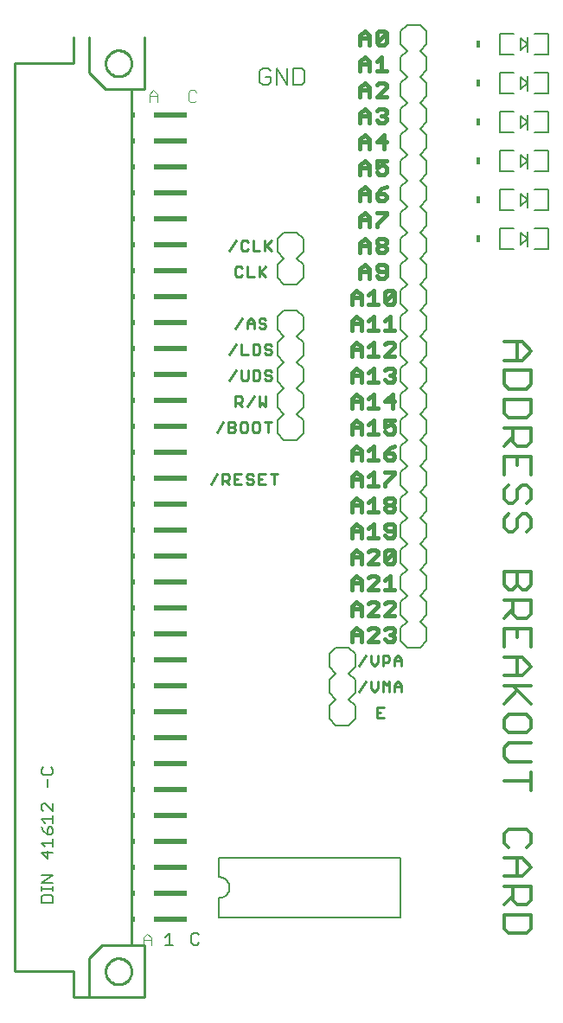
<source format=gto>
G75*
%MOIN*%
%OFA0B0*%
%FSLAX24Y24*%
%IPPOS*%
%LPD*%
%AMOC8*
5,1,8,0,0,1.08239X$1,22.5*
%
%ADD10C,0.0060*%
%ADD11C,0.0150*%
%ADD12C,0.0110*%
%ADD13C,0.0140*%
%ADD14C,0.0100*%
%ADD15R,0.0150X0.0200*%
%ADD16R,0.1300X0.0200*%
%ADD17C,0.0050*%
%ADD18C,0.0040*%
%ADD19C,0.0080*%
%ADD20R,0.0180X0.0300*%
D10*
X008031Y003280D02*
X008031Y004030D01*
X008070Y004032D01*
X008109Y004038D01*
X008147Y004047D01*
X008184Y004060D01*
X008220Y004077D01*
X008253Y004097D01*
X008285Y004121D01*
X008314Y004147D01*
X008340Y004176D01*
X008364Y004208D01*
X008384Y004241D01*
X008401Y004277D01*
X008414Y004314D01*
X008423Y004352D01*
X008429Y004391D01*
X008431Y004430D01*
X008429Y004469D01*
X008423Y004508D01*
X008414Y004546D01*
X008401Y004583D01*
X008384Y004619D01*
X008364Y004652D01*
X008340Y004684D01*
X008314Y004713D01*
X008285Y004739D01*
X008253Y004763D01*
X008220Y004783D01*
X008184Y004800D01*
X008147Y004813D01*
X008109Y004822D01*
X008070Y004828D01*
X008031Y004830D01*
X008031Y005580D01*
X015031Y005580D01*
X015031Y003280D01*
X008031Y003280D01*
X009701Y035360D02*
X009915Y035360D01*
X010022Y035467D01*
X010022Y035680D01*
X009808Y035680D01*
X009595Y035467D02*
X009701Y035360D01*
X009595Y035467D02*
X009595Y035894D01*
X009701Y036001D01*
X009915Y036001D01*
X010022Y035894D01*
X010239Y036001D02*
X010666Y035360D01*
X010666Y036001D01*
X010884Y036001D02*
X011204Y036001D01*
X011311Y035894D01*
X011311Y035467D01*
X011204Y035360D01*
X010884Y035360D01*
X010884Y036001D01*
X010239Y036001D02*
X010239Y035360D01*
D11*
X013462Y035272D02*
X013462Y034905D01*
X013462Y035180D02*
X013829Y035180D01*
X013829Y035272D02*
X013829Y034905D01*
X014106Y034905D02*
X014473Y035272D01*
X014473Y035364D01*
X014382Y035455D01*
X014198Y035455D01*
X014106Y035364D01*
X013829Y035272D02*
X013645Y035455D01*
X013462Y035272D01*
X013462Y035905D02*
X013462Y036272D01*
X013645Y036455D01*
X013829Y036272D01*
X013829Y035905D01*
X013829Y036180D02*
X013462Y036180D01*
X013462Y036905D02*
X013462Y037272D01*
X013645Y037455D01*
X013829Y037272D01*
X013829Y036905D01*
X013829Y037180D02*
X013462Y037180D01*
X014106Y036997D02*
X014198Y036905D01*
X014382Y036905D01*
X014473Y036997D01*
X014473Y037364D01*
X014106Y036997D01*
X014106Y037364D01*
X014198Y037455D01*
X014382Y037455D01*
X014473Y037364D01*
X014290Y036455D02*
X014106Y036272D01*
X014290Y036455D02*
X014290Y035905D01*
X014473Y035905D02*
X014106Y035905D01*
X014106Y034905D02*
X014473Y034905D01*
X014382Y034455D02*
X014473Y034364D01*
X014473Y034272D01*
X014382Y034180D01*
X014473Y034088D01*
X014473Y033997D01*
X014382Y033905D01*
X014198Y033905D01*
X014106Y033997D01*
X014290Y034180D02*
X014382Y034180D01*
X014382Y034455D02*
X014198Y034455D01*
X014106Y034364D01*
X013829Y034272D02*
X013829Y033905D01*
X013829Y034180D02*
X013462Y034180D01*
X013462Y034272D02*
X013645Y034455D01*
X013829Y034272D01*
X013462Y034272D02*
X013462Y033905D01*
X013645Y033455D02*
X013462Y033272D01*
X013462Y032905D01*
X013462Y033180D02*
X013829Y033180D01*
X013829Y033272D02*
X013829Y032905D01*
X013829Y033272D02*
X013645Y033455D01*
X014106Y033180D02*
X014473Y033180D01*
X014382Y032905D02*
X014382Y033455D01*
X014106Y033180D01*
X014106Y032455D02*
X014106Y032180D01*
X014290Y032272D01*
X014382Y032272D01*
X014473Y032180D01*
X014473Y031997D01*
X014382Y031905D01*
X014198Y031905D01*
X014106Y031997D01*
X013829Y031905D02*
X013829Y032272D01*
X013645Y032455D01*
X013462Y032272D01*
X013462Y031905D01*
X013462Y032180D02*
X013829Y032180D01*
X014106Y032455D02*
X014473Y032455D01*
X014473Y031455D02*
X014290Y031364D01*
X014106Y031180D01*
X014382Y031180D01*
X014473Y031088D01*
X014473Y030997D01*
X014382Y030905D01*
X014198Y030905D01*
X014106Y030997D01*
X014106Y031180D01*
X013829Y031180D02*
X013462Y031180D01*
X013462Y031272D02*
X013462Y030905D01*
X013462Y031272D02*
X013645Y031455D01*
X013829Y031272D01*
X013829Y030905D01*
X013645Y030455D02*
X013462Y030272D01*
X013462Y029905D01*
X013462Y030180D02*
X013829Y030180D01*
X013829Y030272D02*
X013829Y029905D01*
X014106Y029905D02*
X014106Y029997D01*
X014473Y030364D01*
X014473Y030455D01*
X014106Y030455D01*
X013829Y030272D02*
X013645Y030455D01*
X013645Y029455D02*
X013829Y029272D01*
X013829Y028905D01*
X013829Y029180D02*
X013462Y029180D01*
X013462Y029272D02*
X013645Y029455D01*
X013462Y029272D02*
X013462Y028905D01*
X013645Y028455D02*
X013462Y028272D01*
X013462Y027905D01*
X013462Y028180D02*
X013829Y028180D01*
X013829Y028272D02*
X013829Y027905D01*
X014106Y027997D02*
X014198Y027905D01*
X014382Y027905D01*
X014473Y027997D01*
X014473Y028364D01*
X014382Y028455D01*
X014198Y028455D01*
X014106Y028364D01*
X014106Y028272D01*
X014198Y028180D01*
X014473Y028180D01*
X014521Y027455D02*
X014704Y027455D01*
X014796Y027364D01*
X014429Y026997D01*
X014521Y026905D01*
X014704Y026905D01*
X014796Y026997D01*
X014796Y027364D01*
X014521Y027455D02*
X014429Y027364D01*
X014429Y026997D01*
X014612Y026455D02*
X014612Y025905D01*
X014429Y025905D02*
X014796Y025905D01*
X014704Y025455D02*
X014521Y025455D01*
X014429Y025364D01*
X014704Y025455D02*
X014796Y025364D01*
X014796Y025272D01*
X014429Y024905D01*
X014796Y024905D01*
X014704Y024455D02*
X014521Y024455D01*
X014429Y024364D01*
X014612Y024180D02*
X014704Y024180D01*
X014796Y024088D01*
X014796Y023997D01*
X014704Y023905D01*
X014521Y023905D01*
X014429Y023997D01*
X014704Y024180D02*
X014796Y024272D01*
X014796Y024364D01*
X014704Y024455D01*
X014151Y024905D02*
X013784Y024905D01*
X013968Y024905D02*
X013968Y025455D01*
X013784Y025272D01*
X013507Y025272D02*
X013507Y024905D01*
X013507Y025180D02*
X013140Y025180D01*
X013140Y025272D02*
X013323Y025455D01*
X013507Y025272D01*
X013507Y025905D02*
X013507Y026272D01*
X013323Y026455D01*
X013140Y026272D01*
X013140Y025905D01*
X013140Y026180D02*
X013507Y026180D01*
X013784Y026272D02*
X013968Y026455D01*
X013968Y025905D01*
X014151Y025905D02*
X013784Y025905D01*
X013140Y025272D02*
X013140Y024905D01*
X013323Y024455D02*
X013507Y024272D01*
X013507Y023905D01*
X013507Y024180D02*
X013140Y024180D01*
X013140Y024272D02*
X013323Y024455D01*
X013140Y024272D02*
X013140Y023905D01*
X013323Y023455D02*
X013140Y023272D01*
X013140Y022905D01*
X013140Y023180D02*
X013507Y023180D01*
X013507Y023272D02*
X013507Y022905D01*
X013784Y022905D02*
X014151Y022905D01*
X013968Y022905D02*
X013968Y023455D01*
X013784Y023272D01*
X013507Y023272D02*
X013323Y023455D01*
X013784Y023905D02*
X014151Y023905D01*
X013968Y023905D02*
X013968Y024455D01*
X013784Y024272D01*
X014704Y023455D02*
X014429Y023180D01*
X014796Y023180D01*
X014704Y022905D02*
X014704Y023455D01*
X014796Y022455D02*
X014429Y022455D01*
X014429Y022180D01*
X014612Y022272D01*
X014704Y022272D01*
X014796Y022180D01*
X014796Y021997D01*
X014704Y021905D01*
X014521Y021905D01*
X014429Y021997D01*
X014796Y021455D02*
X014612Y021364D01*
X014429Y021180D01*
X014704Y021180D01*
X014796Y021088D01*
X014796Y020997D01*
X014704Y020905D01*
X014521Y020905D01*
X014429Y020997D01*
X014429Y021180D01*
X014151Y020905D02*
X013784Y020905D01*
X013968Y020905D02*
X013968Y021455D01*
X013784Y021272D01*
X013507Y021272D02*
X013507Y020905D01*
X013507Y021180D02*
X013140Y021180D01*
X013140Y021272D02*
X013323Y021455D01*
X013507Y021272D01*
X013140Y021272D02*
X013140Y020905D01*
X013323Y020455D02*
X013140Y020272D01*
X013140Y019905D01*
X013140Y020180D02*
X013507Y020180D01*
X013507Y020272D02*
X013507Y019905D01*
X013784Y019905D02*
X014151Y019905D01*
X013968Y019905D02*
X013968Y020455D01*
X013784Y020272D01*
X013507Y020272D02*
X013323Y020455D01*
X013323Y019455D02*
X013507Y019272D01*
X013507Y018905D01*
X013507Y019180D02*
X013140Y019180D01*
X013140Y019272D02*
X013323Y019455D01*
X013140Y019272D02*
X013140Y018905D01*
X013323Y018455D02*
X013507Y018272D01*
X013507Y017905D01*
X013507Y018180D02*
X013140Y018180D01*
X013140Y018272D02*
X013323Y018455D01*
X013140Y018272D02*
X013140Y017905D01*
X013323Y017455D02*
X013140Y017272D01*
X013140Y016905D01*
X013140Y017180D02*
X013507Y017180D01*
X013507Y017272D02*
X013507Y016905D01*
X013784Y016905D02*
X014151Y017272D01*
X014151Y017364D01*
X014059Y017455D01*
X013876Y017455D01*
X013784Y017364D01*
X013507Y017272D02*
X013323Y017455D01*
X013784Y017905D02*
X014151Y017905D01*
X013968Y017905D02*
X013968Y018455D01*
X013784Y018272D01*
X013784Y018905D02*
X014151Y018905D01*
X013968Y018905D02*
X013968Y019455D01*
X013784Y019272D01*
X014429Y019272D02*
X014429Y019364D01*
X014521Y019455D01*
X014704Y019455D01*
X014796Y019364D01*
X014796Y019272D01*
X014704Y019180D01*
X014521Y019180D01*
X014429Y019272D01*
X014521Y019180D02*
X014429Y019088D01*
X014429Y018997D01*
X014521Y018905D01*
X014704Y018905D01*
X014796Y018997D01*
X014796Y019088D01*
X014704Y019180D01*
X014704Y018455D02*
X014521Y018455D01*
X014429Y018364D01*
X014429Y018272D01*
X014521Y018180D01*
X014796Y018180D01*
X014796Y017997D02*
X014796Y018364D01*
X014704Y018455D01*
X014796Y017997D02*
X014704Y017905D01*
X014521Y017905D01*
X014429Y017997D01*
X014521Y017455D02*
X014704Y017455D01*
X014796Y017364D01*
X014429Y016997D01*
X014521Y016905D01*
X014704Y016905D01*
X014796Y016997D01*
X014796Y017364D01*
X014521Y017455D02*
X014429Y017364D01*
X014429Y016997D01*
X014612Y016455D02*
X014612Y015905D01*
X014429Y015905D02*
X014796Y015905D01*
X014704Y015455D02*
X014521Y015455D01*
X014429Y015364D01*
X014704Y015455D02*
X014796Y015364D01*
X014796Y015272D01*
X014429Y014905D01*
X014796Y014905D01*
X014704Y014455D02*
X014521Y014455D01*
X014429Y014364D01*
X014612Y014180D02*
X014704Y014180D01*
X014796Y014088D01*
X014796Y013997D01*
X014704Y013905D01*
X014521Y013905D01*
X014429Y013997D01*
X014704Y014180D02*
X014796Y014272D01*
X014796Y014364D01*
X014704Y014455D01*
X014151Y014364D02*
X014059Y014455D01*
X013876Y014455D01*
X013784Y014364D01*
X013507Y014272D02*
X013507Y013905D01*
X013507Y014180D02*
X013140Y014180D01*
X013140Y014272D02*
X013323Y014455D01*
X013507Y014272D01*
X013784Y013905D02*
X014151Y014272D01*
X014151Y014364D01*
X014151Y013905D02*
X013784Y013905D01*
X013140Y013905D02*
X013140Y014272D01*
X013140Y014905D02*
X013140Y015272D01*
X013323Y015455D01*
X013507Y015272D01*
X013507Y014905D01*
X013507Y015180D02*
X013140Y015180D01*
X013140Y015905D02*
X013140Y016272D01*
X013323Y016455D01*
X013507Y016272D01*
X013507Y015905D01*
X013507Y016180D02*
X013140Y016180D01*
X013784Y016364D02*
X013876Y016455D01*
X014059Y016455D01*
X014151Y016364D01*
X014151Y016272D01*
X013784Y015905D01*
X014151Y015905D01*
X014059Y015455D02*
X013876Y015455D01*
X013784Y015364D01*
X014151Y015272D02*
X013784Y014905D01*
X014151Y014905D01*
X014151Y015272D02*
X014151Y015364D01*
X014059Y015455D01*
X014429Y016272D02*
X014612Y016455D01*
X014151Y016905D02*
X013784Y016905D01*
X014429Y019905D02*
X014429Y019997D01*
X014796Y020364D01*
X014796Y020455D01*
X014429Y020455D01*
X014151Y021905D02*
X013784Y021905D01*
X013968Y021905D02*
X013968Y022455D01*
X013784Y022272D01*
X013507Y022272D02*
X013507Y021905D01*
X013507Y022180D02*
X013140Y022180D01*
X013140Y022272D02*
X013323Y022455D01*
X013507Y022272D01*
X013140Y022272D02*
X013140Y021905D01*
X014429Y026272D02*
X014612Y026455D01*
X014151Y026905D02*
X013784Y026905D01*
X013968Y026905D02*
X013968Y027455D01*
X013784Y027272D01*
X013507Y027272D02*
X013507Y026905D01*
X013507Y027180D02*
X013140Y027180D01*
X013140Y027272D02*
X013323Y027455D01*
X013507Y027272D01*
X013140Y027272D02*
X013140Y026905D01*
X013829Y028272D02*
X013645Y028455D01*
X014106Y028997D02*
X014106Y029088D01*
X014198Y029180D01*
X014382Y029180D01*
X014473Y029088D01*
X014473Y028997D01*
X014382Y028905D01*
X014198Y028905D01*
X014106Y028997D01*
X014198Y029180D02*
X014106Y029272D01*
X014106Y029364D01*
X014198Y029455D01*
X014382Y029455D01*
X014473Y029364D01*
X014473Y029272D01*
X014382Y029180D01*
D12*
X010057Y028985D02*
X009862Y029180D01*
X009797Y029115D02*
X010057Y029375D01*
X009797Y029375D02*
X009797Y028985D01*
X009597Y028985D02*
X009336Y028985D01*
X009336Y029375D01*
X009136Y029310D02*
X009071Y029375D01*
X008941Y029375D01*
X008876Y029310D01*
X008876Y029050D01*
X008941Y028985D01*
X009071Y028985D01*
X009136Y029050D01*
X009106Y028375D02*
X009106Y027985D01*
X009367Y027985D01*
X009567Y027985D02*
X009567Y028375D01*
X009632Y028180D02*
X009827Y027985D01*
X009567Y028115D02*
X009827Y028375D01*
X008906Y028310D02*
X008841Y028375D01*
X008711Y028375D01*
X008646Y028310D01*
X008646Y028050D01*
X008711Y027985D01*
X008841Y027985D01*
X008906Y028050D01*
X008416Y028985D02*
X008676Y029375D01*
X008906Y026375D02*
X008646Y025985D01*
X009106Y025985D02*
X009106Y026245D01*
X009236Y026375D01*
X009367Y026245D01*
X009367Y025985D01*
X009367Y026180D02*
X009106Y026180D01*
X008876Y025375D02*
X008876Y024985D01*
X009136Y024985D01*
X009336Y024985D02*
X009336Y025375D01*
X009532Y025375D01*
X009597Y025310D01*
X009597Y025050D01*
X009532Y024985D01*
X009336Y024985D01*
X009797Y025050D02*
X009862Y024985D01*
X009992Y024985D01*
X010057Y025050D01*
X010057Y025115D01*
X009992Y025180D01*
X009862Y025180D01*
X009797Y025245D01*
X009797Y025310D01*
X009862Y025375D01*
X009992Y025375D01*
X010057Y025310D01*
X009762Y025985D02*
X009632Y025985D01*
X009567Y026050D01*
X009632Y026180D02*
X009762Y026180D01*
X009827Y026115D01*
X009827Y026050D01*
X009762Y025985D01*
X009632Y026180D02*
X009567Y026245D01*
X009567Y026310D01*
X009632Y026375D01*
X009762Y026375D01*
X009827Y026310D01*
X008676Y025375D02*
X008416Y024985D01*
X008676Y024375D02*
X008416Y023985D01*
X008646Y023375D02*
X008841Y023375D01*
X008906Y023310D01*
X008906Y023180D01*
X008841Y023115D01*
X008646Y023115D01*
X008646Y022985D02*
X008646Y023375D01*
X008776Y023115D02*
X008906Y022985D01*
X009106Y022985D02*
X009367Y023375D01*
X009567Y023375D02*
X009567Y022985D01*
X009697Y023115D01*
X009827Y022985D01*
X009827Y023375D01*
X009862Y023985D02*
X009797Y024050D01*
X009862Y023985D02*
X009992Y023985D01*
X010057Y024050D01*
X010057Y024115D01*
X009992Y024180D01*
X009862Y024180D01*
X009797Y024245D01*
X009797Y024310D01*
X009862Y024375D01*
X009992Y024375D01*
X010057Y024310D01*
X009597Y024310D02*
X009532Y024375D01*
X009336Y024375D01*
X009336Y023985D01*
X009532Y023985D01*
X009597Y024050D01*
X009597Y024310D01*
X009136Y024375D02*
X009136Y024050D01*
X009071Y023985D01*
X008941Y023985D01*
X008876Y024050D01*
X008876Y024375D01*
X008921Y022375D02*
X008856Y022310D01*
X008856Y022050D01*
X008921Y021985D01*
X009051Y021985D01*
X009117Y022050D01*
X009117Y022310D01*
X009051Y022375D01*
X008921Y022375D01*
X009317Y022310D02*
X009317Y022050D01*
X009382Y021985D01*
X009512Y021985D01*
X009577Y022050D01*
X009577Y022310D01*
X009512Y022375D01*
X009382Y022375D01*
X009317Y022310D01*
X009777Y022375D02*
X010037Y022375D01*
X009907Y022375D02*
X009907Y021985D01*
X009807Y020375D02*
X009547Y020375D01*
X009547Y019985D01*
X009807Y019985D01*
X009677Y020180D02*
X009547Y020180D01*
X009347Y020115D02*
X009347Y020050D01*
X009282Y019985D01*
X009152Y019985D01*
X009086Y020050D01*
X009152Y020180D02*
X009086Y020245D01*
X009086Y020310D01*
X009152Y020375D01*
X009282Y020375D01*
X009347Y020310D01*
X009282Y020180D02*
X009347Y020115D01*
X009282Y020180D02*
X009152Y020180D01*
X008886Y019985D02*
X008626Y019985D01*
X008626Y020375D01*
X008886Y020375D01*
X008756Y020180D02*
X008626Y020180D01*
X008426Y020180D02*
X008426Y020310D01*
X008361Y020375D01*
X008166Y020375D01*
X008166Y019985D01*
X008166Y020115D02*
X008361Y020115D01*
X008426Y020180D01*
X008296Y020115D02*
X008426Y019985D01*
X007966Y020375D02*
X007705Y019985D01*
X007936Y021985D02*
X008196Y022375D01*
X008396Y022375D02*
X008396Y021985D01*
X008591Y021985D01*
X008656Y022050D01*
X008656Y022115D01*
X008591Y022180D01*
X008396Y022180D01*
X008591Y022180D02*
X008656Y022245D01*
X008656Y022310D01*
X008591Y022375D01*
X008396Y022375D01*
X010007Y020375D02*
X010268Y020375D01*
X010137Y020375D02*
X010137Y019985D01*
X013676Y013375D02*
X013416Y012985D01*
X013876Y013115D02*
X014006Y012985D01*
X014136Y013115D01*
X014136Y013375D01*
X014336Y013375D02*
X014336Y012985D01*
X014336Y013115D02*
X014532Y013115D01*
X014597Y013180D01*
X014597Y013310D01*
X014532Y013375D01*
X014336Y013375D01*
X013876Y013375D02*
X013876Y013115D01*
X013876Y012375D02*
X013876Y012115D01*
X014006Y011985D01*
X014136Y012115D01*
X014136Y012375D01*
X014336Y012375D02*
X014336Y011985D01*
X014597Y011985D02*
X014597Y012375D01*
X014467Y012245D01*
X014336Y012375D01*
X014797Y012245D02*
X014797Y011985D01*
X014797Y012180D02*
X015057Y012180D01*
X015057Y012245D02*
X015057Y011985D01*
X015057Y012245D02*
X014927Y012375D01*
X014797Y012245D01*
X014797Y012985D02*
X014797Y013245D01*
X014927Y013375D01*
X015057Y013245D01*
X015057Y012985D01*
X015057Y013180D02*
X014797Y013180D01*
X013676Y012375D02*
X013416Y011985D01*
X014106Y011375D02*
X014106Y010985D01*
X014367Y010985D01*
X014236Y011180D02*
X014106Y011180D01*
X014106Y011375D02*
X014367Y011375D01*
D13*
X019001Y011495D02*
X019532Y012026D01*
X019355Y012203D02*
X020062Y011495D01*
X019886Y011098D02*
X019178Y011098D01*
X019001Y010921D01*
X019001Y010567D01*
X019178Y010390D01*
X019886Y010390D01*
X020062Y010567D01*
X020062Y010921D01*
X019886Y011098D01*
X020062Y012203D02*
X019001Y012203D01*
X019001Y012600D02*
X019709Y012600D01*
X020062Y012954D01*
X019709Y013308D01*
X019001Y013308D01*
X019001Y013705D02*
X019001Y014412D01*
X020062Y014412D01*
X020062Y013705D01*
X019532Y014059D02*
X019532Y014412D01*
X019532Y014810D02*
X019355Y014987D01*
X019355Y015517D01*
X019355Y015164D02*
X019001Y014810D01*
X019001Y015517D02*
X020062Y015517D01*
X020062Y014987D01*
X019886Y014810D01*
X019532Y014810D01*
X019709Y015915D02*
X019532Y016092D01*
X019532Y016622D01*
X019532Y016092D02*
X019355Y015915D01*
X019178Y015915D01*
X019001Y016092D01*
X019001Y016622D01*
X020062Y016622D01*
X020062Y016092D01*
X019886Y015915D01*
X019709Y015915D01*
X019886Y018125D02*
X020062Y018302D01*
X020062Y018655D01*
X019886Y018832D01*
X019709Y018832D01*
X019532Y018655D01*
X019532Y018302D01*
X019355Y018125D01*
X019178Y018125D01*
X019001Y018302D01*
X019001Y018655D01*
X019178Y018832D01*
X019178Y019230D02*
X019001Y019407D01*
X019001Y019760D01*
X019178Y019937D01*
X019001Y020335D02*
X019001Y021042D01*
X020062Y021042D01*
X020062Y020335D01*
X019886Y019937D02*
X019709Y019937D01*
X019532Y019760D01*
X019532Y019407D01*
X019355Y019230D01*
X019178Y019230D01*
X019886Y019230D02*
X020062Y019407D01*
X020062Y019760D01*
X019886Y019937D01*
X019532Y020689D02*
X019532Y021042D01*
X019532Y021440D02*
X019355Y021617D01*
X019355Y022147D01*
X019355Y021793D02*
X019001Y021440D01*
X019001Y022147D02*
X020062Y022147D01*
X020062Y021617D01*
X019886Y021440D01*
X019532Y021440D01*
X019178Y022545D02*
X019886Y022545D01*
X020062Y022722D01*
X020062Y023252D01*
X019001Y023252D01*
X019001Y022722D01*
X019178Y022545D01*
X019178Y023650D02*
X019001Y023827D01*
X019001Y024357D01*
X020062Y024357D01*
X020062Y023827D01*
X019886Y023650D01*
X019178Y023650D01*
X019001Y024755D02*
X019709Y024755D01*
X020062Y025108D01*
X019709Y025462D01*
X019001Y025462D01*
X019532Y025462D02*
X019532Y024755D01*
X019532Y013308D02*
X019532Y012600D01*
X019178Y009993D02*
X019001Y009816D01*
X019001Y009462D01*
X019178Y009285D01*
X020062Y009285D01*
X020062Y008888D02*
X020062Y008180D01*
X020062Y008534D02*
X019001Y008534D01*
X019178Y009993D02*
X020062Y009993D01*
X019886Y006678D02*
X019178Y006678D01*
X019001Y006501D01*
X019001Y006147D01*
X019178Y005971D01*
X019001Y005573D02*
X019709Y005573D01*
X020062Y005219D01*
X019709Y004866D01*
X019001Y004866D01*
X019001Y004468D02*
X020062Y004468D01*
X020062Y003938D01*
X019886Y003761D01*
X019532Y003761D01*
X019355Y003938D01*
X019355Y004468D01*
X019355Y004114D02*
X019001Y003761D01*
X019001Y003363D02*
X019001Y002833D01*
X019178Y002656D01*
X019886Y002656D01*
X020062Y002833D01*
X020062Y003363D01*
X019001Y003363D01*
X019532Y004866D02*
X019532Y005573D01*
X019886Y005971D02*
X020062Y006147D01*
X020062Y006501D01*
X019886Y006678D01*
D14*
X002400Y001195D02*
X000150Y001195D01*
X000150Y036195D01*
X002400Y036195D01*
X002400Y037195D01*
X003020Y037195D02*
X003020Y035825D01*
X003650Y035195D01*
X004650Y035195D01*
X004650Y002195D01*
X003520Y002195D01*
X003020Y001695D01*
X003020Y000195D01*
X005150Y000195D01*
X005150Y002195D01*
X004650Y002195D01*
X003650Y001195D02*
X003652Y001239D01*
X003658Y001283D01*
X003668Y001326D01*
X003681Y001368D01*
X003698Y001409D01*
X003719Y001448D01*
X003743Y001485D01*
X003770Y001520D01*
X003800Y001552D01*
X003833Y001582D01*
X003869Y001608D01*
X003906Y001632D01*
X003946Y001651D01*
X003987Y001668D01*
X004030Y001680D01*
X004073Y001689D01*
X004117Y001694D01*
X004161Y001695D01*
X004205Y001692D01*
X004249Y001685D01*
X004292Y001674D01*
X004334Y001660D01*
X004374Y001642D01*
X004413Y001620D01*
X004449Y001596D01*
X004483Y001568D01*
X004515Y001537D01*
X004544Y001503D01*
X004570Y001467D01*
X004592Y001429D01*
X004611Y001389D01*
X004626Y001347D01*
X004638Y001305D01*
X004646Y001261D01*
X004650Y001217D01*
X004650Y001173D01*
X004646Y001129D01*
X004638Y001085D01*
X004626Y001043D01*
X004611Y001001D01*
X004592Y000961D01*
X004570Y000923D01*
X004544Y000887D01*
X004515Y000853D01*
X004483Y000822D01*
X004449Y000794D01*
X004413Y000770D01*
X004374Y000748D01*
X004334Y000730D01*
X004292Y000716D01*
X004249Y000705D01*
X004205Y000698D01*
X004161Y000695D01*
X004117Y000696D01*
X004073Y000701D01*
X004030Y000710D01*
X003987Y000722D01*
X003946Y000739D01*
X003906Y000758D01*
X003869Y000782D01*
X003833Y000808D01*
X003800Y000838D01*
X003770Y000870D01*
X003743Y000905D01*
X003719Y000942D01*
X003698Y000981D01*
X003681Y001022D01*
X003668Y001064D01*
X003658Y001107D01*
X003652Y001151D01*
X003650Y001195D01*
X003020Y000195D02*
X002400Y000195D01*
X002400Y001195D01*
X004650Y035195D02*
X005150Y035195D01*
X005150Y037195D01*
X003650Y036195D02*
X003652Y036239D01*
X003658Y036283D01*
X003668Y036326D01*
X003681Y036368D01*
X003698Y036409D01*
X003719Y036448D01*
X003743Y036485D01*
X003770Y036520D01*
X003800Y036552D01*
X003833Y036582D01*
X003869Y036608D01*
X003906Y036632D01*
X003946Y036651D01*
X003987Y036668D01*
X004030Y036680D01*
X004073Y036689D01*
X004117Y036694D01*
X004161Y036695D01*
X004205Y036692D01*
X004249Y036685D01*
X004292Y036674D01*
X004334Y036660D01*
X004374Y036642D01*
X004413Y036620D01*
X004449Y036596D01*
X004483Y036568D01*
X004515Y036537D01*
X004544Y036503D01*
X004570Y036467D01*
X004592Y036429D01*
X004611Y036389D01*
X004626Y036347D01*
X004638Y036305D01*
X004646Y036261D01*
X004650Y036217D01*
X004650Y036173D01*
X004646Y036129D01*
X004638Y036085D01*
X004626Y036043D01*
X004611Y036001D01*
X004592Y035961D01*
X004570Y035923D01*
X004544Y035887D01*
X004515Y035853D01*
X004483Y035822D01*
X004449Y035794D01*
X004413Y035770D01*
X004374Y035748D01*
X004334Y035730D01*
X004292Y035716D01*
X004249Y035705D01*
X004205Y035698D01*
X004161Y035695D01*
X004117Y035696D01*
X004073Y035701D01*
X004030Y035710D01*
X003987Y035722D01*
X003946Y035739D01*
X003906Y035758D01*
X003869Y035782D01*
X003833Y035808D01*
X003800Y035838D01*
X003770Y035870D01*
X003743Y035905D01*
X003719Y035942D01*
X003698Y035981D01*
X003681Y036022D01*
X003668Y036064D01*
X003658Y036107D01*
X003652Y036151D01*
X003650Y036195D01*
D15*
X004725Y034195D03*
X004725Y033195D03*
X004725Y032195D03*
X004725Y031195D03*
X004725Y030195D03*
X004725Y029195D03*
X004725Y028195D03*
X004725Y027195D03*
X004725Y026195D03*
X004725Y025195D03*
X004725Y024195D03*
X004725Y023195D03*
X004725Y022195D03*
X004725Y021195D03*
X004725Y020195D03*
X004725Y019195D03*
X004725Y018195D03*
X004725Y017195D03*
X004725Y016195D03*
X004725Y015195D03*
X004725Y014195D03*
X004725Y013195D03*
X004725Y012195D03*
X004725Y011195D03*
X004725Y010195D03*
X004725Y009195D03*
X004725Y008195D03*
X004725Y007195D03*
X004725Y006195D03*
X004725Y005195D03*
X004725Y004195D03*
X004725Y003195D03*
D16*
X006150Y003195D03*
X006150Y004195D03*
X006150Y005195D03*
X006150Y006195D03*
X006150Y007195D03*
X006150Y008195D03*
X006150Y009195D03*
X006150Y010195D03*
X006150Y011195D03*
X006150Y012195D03*
X006150Y013195D03*
X006150Y014195D03*
X006150Y015195D03*
X006150Y016195D03*
X006150Y017195D03*
X006150Y018195D03*
X006150Y019195D03*
X006150Y020195D03*
X006150Y021195D03*
X006150Y022195D03*
X006150Y023195D03*
X006150Y024195D03*
X006150Y025195D03*
X006150Y026195D03*
X006150Y027195D03*
X006150Y028195D03*
X006150Y029195D03*
X006150Y030195D03*
X006150Y031195D03*
X006150Y032195D03*
X006150Y033195D03*
X006150Y034195D03*
D17*
X001550Y009059D02*
X001625Y008984D01*
X001625Y008834D01*
X001550Y008759D01*
X001250Y008759D01*
X001175Y008834D01*
X001175Y008984D01*
X001250Y009059D01*
X001400Y008599D02*
X001400Y008299D01*
X001325Y007678D02*
X001250Y007678D01*
X001175Y007603D01*
X001175Y007453D01*
X001250Y007378D01*
X001325Y007678D02*
X001625Y007378D01*
X001625Y007678D01*
X001625Y007218D02*
X001625Y006918D01*
X001625Y007068D02*
X001175Y007068D01*
X001325Y006918D01*
X001475Y006757D02*
X001400Y006682D01*
X001400Y006457D01*
X001550Y006457D01*
X001625Y006532D01*
X001625Y006682D01*
X001550Y006757D01*
X001475Y006757D01*
X001250Y006607D02*
X001400Y006457D01*
X001250Y006607D02*
X001175Y006757D01*
X001175Y006147D02*
X001625Y006147D01*
X001625Y005997D02*
X001625Y006297D01*
X001325Y005997D02*
X001175Y006147D01*
X001400Y005837D02*
X001400Y005536D01*
X001175Y005762D01*
X001625Y005762D01*
X001625Y004916D02*
X001175Y004916D01*
X001175Y004616D02*
X001625Y004916D01*
X001625Y004616D02*
X001175Y004616D01*
X001175Y004459D02*
X001175Y004309D01*
X001175Y004384D02*
X001625Y004384D01*
X001625Y004309D02*
X001625Y004459D01*
X001550Y004149D02*
X001250Y004149D01*
X001175Y004074D01*
X001175Y003848D01*
X001625Y003848D01*
X001625Y004074D01*
X001550Y004149D01*
X005965Y002520D02*
X006115Y002670D01*
X006115Y002220D01*
X005965Y002220D02*
X006265Y002220D01*
X006965Y002295D02*
X007040Y002220D01*
X007190Y002220D01*
X007265Y002295D01*
X007265Y002595D02*
X007190Y002670D01*
X007040Y002670D01*
X006965Y002595D01*
X006965Y002295D01*
D18*
X005418Y002190D02*
X005418Y002497D01*
X005265Y002650D01*
X005111Y002497D01*
X005111Y002190D01*
X005111Y002420D02*
X005418Y002420D01*
X005341Y034700D02*
X005341Y035007D01*
X005495Y035160D01*
X005648Y035007D01*
X005648Y034700D01*
X005648Y034930D02*
X005341Y034930D01*
X006841Y034777D02*
X006918Y034700D01*
X007071Y034700D01*
X007148Y034777D01*
X007148Y035084D02*
X007071Y035160D01*
X006918Y035160D01*
X006841Y035084D01*
X006841Y034777D01*
D19*
X010531Y029680D02*
X010281Y029430D01*
X010281Y028930D01*
X010531Y028680D01*
X010281Y028430D01*
X010281Y027930D01*
X010531Y027680D01*
X011031Y027680D01*
X011281Y027930D01*
X011281Y028430D01*
X011031Y028680D01*
X011281Y028930D01*
X011281Y029430D01*
X011031Y029680D01*
X010531Y029680D01*
X010531Y026680D02*
X010281Y026430D01*
X010281Y025930D01*
X010531Y025680D01*
X010281Y025430D01*
X010281Y024930D01*
X010531Y024680D01*
X010281Y024430D01*
X010281Y023930D01*
X010531Y023680D01*
X010281Y023430D01*
X010281Y022930D01*
X010531Y022680D01*
X010281Y022430D01*
X010281Y021930D01*
X010531Y021680D01*
X011031Y021680D01*
X011281Y021930D01*
X011281Y022430D01*
X011031Y022680D01*
X011281Y022930D01*
X011281Y023430D01*
X011031Y023680D01*
X011281Y023930D01*
X011281Y024430D01*
X011031Y024680D01*
X011281Y024930D01*
X011281Y025430D01*
X011031Y025680D01*
X011281Y025930D01*
X011281Y026430D01*
X011031Y026680D01*
X010531Y026680D01*
X015031Y026430D02*
X015031Y025930D01*
X015281Y025680D01*
X015031Y025430D01*
X015031Y024930D01*
X015281Y024680D01*
X015031Y024430D01*
X015031Y023930D01*
X015281Y023680D01*
X015031Y023430D01*
X015031Y022930D01*
X015281Y022680D01*
X015031Y022430D01*
X015031Y021930D01*
X015281Y021680D01*
X015031Y021430D01*
X015031Y020930D01*
X015281Y020680D01*
X015031Y020430D01*
X015031Y019930D01*
X015281Y019680D01*
X015031Y019430D01*
X015031Y018930D01*
X015281Y018680D01*
X015031Y018430D01*
X015031Y017930D01*
X015281Y017680D01*
X015031Y017430D01*
X015031Y016930D01*
X015281Y016680D01*
X015031Y016430D01*
X015031Y015930D01*
X015281Y015680D01*
X015031Y015430D01*
X015031Y014930D01*
X015281Y014680D01*
X015031Y014430D01*
X015031Y013930D01*
X015281Y013680D01*
X015781Y013680D01*
X016031Y013930D01*
X016031Y014430D01*
X015781Y014680D01*
X016031Y014930D01*
X016031Y015430D01*
X015781Y015680D01*
X016031Y015930D01*
X016031Y016430D01*
X015781Y016680D01*
X016031Y016930D01*
X016031Y017430D01*
X015781Y017680D01*
X016031Y017930D01*
X016031Y018430D01*
X015781Y018680D01*
X016031Y018930D01*
X016031Y019430D01*
X015781Y019680D01*
X016031Y019930D01*
X016031Y020430D01*
X015781Y020680D01*
X016031Y020930D01*
X016031Y021430D01*
X015781Y021680D01*
X016031Y021930D01*
X016031Y022430D01*
X015781Y022680D01*
X016031Y022930D01*
X016031Y023430D01*
X015781Y023680D01*
X016031Y023930D01*
X016031Y024430D01*
X015781Y024680D01*
X016031Y024930D01*
X016031Y025430D01*
X015781Y025680D01*
X016031Y025930D01*
X016031Y026430D01*
X015781Y026680D01*
X016031Y026930D01*
X016031Y027430D01*
X015781Y027680D01*
X016031Y027930D01*
X016031Y028430D01*
X015781Y028680D01*
X016031Y028930D01*
X016031Y029430D01*
X015781Y029680D01*
X016031Y029930D01*
X016031Y030430D01*
X015781Y030680D01*
X016031Y030930D01*
X016031Y031430D01*
X015781Y031680D01*
X016031Y031930D01*
X016031Y032430D01*
X015781Y032680D01*
X016031Y032930D01*
X016031Y033430D01*
X015781Y033680D01*
X016031Y033930D01*
X016031Y034430D01*
X015781Y034680D01*
X016031Y034930D01*
X016031Y035430D01*
X015781Y035680D01*
X016031Y035930D01*
X016031Y036430D01*
X015781Y036680D01*
X016031Y036930D01*
X016031Y037430D01*
X015781Y037680D01*
X015281Y037680D01*
X015031Y037430D01*
X015031Y036930D01*
X015281Y036680D01*
X015031Y036430D01*
X015031Y035930D01*
X015281Y035680D01*
X015031Y035430D01*
X015031Y034930D01*
X015281Y034680D01*
X015031Y034430D01*
X015031Y033930D01*
X015281Y033680D01*
X015031Y033430D01*
X015031Y032930D01*
X015281Y032680D01*
X015031Y032430D01*
X015031Y031930D01*
X015281Y031680D01*
X015031Y031430D01*
X015031Y030930D01*
X015281Y030680D01*
X015031Y030430D01*
X015031Y029930D01*
X015281Y029680D01*
X015031Y029430D01*
X015031Y028930D01*
X015281Y028680D01*
X015031Y028430D01*
X015031Y027930D01*
X015281Y027680D01*
X015031Y027430D01*
X015031Y026930D01*
X015281Y026680D01*
X015031Y026430D01*
X018837Y029036D02*
X019388Y029036D01*
X019663Y029194D02*
X019663Y029666D01*
X019900Y029430D01*
X019663Y029194D01*
X019900Y029154D02*
X019900Y029430D01*
X019900Y029706D01*
X020175Y029824D02*
X020726Y029824D01*
X020726Y029036D01*
X020175Y029036D01*
X019388Y029824D02*
X018837Y029824D01*
X018837Y029036D01*
X018837Y030536D02*
X019388Y030536D01*
X019663Y030694D02*
X019663Y031166D01*
X019900Y030930D01*
X019663Y030694D01*
X019900Y030654D02*
X019900Y030930D01*
X019900Y031206D01*
X020175Y031324D02*
X020726Y031324D01*
X020726Y030536D01*
X020175Y030536D01*
X019388Y031324D02*
X018837Y031324D01*
X018837Y030536D01*
X018837Y032036D02*
X019388Y032036D01*
X019663Y032194D02*
X019663Y032666D01*
X019900Y032430D01*
X019663Y032194D01*
X019900Y032154D02*
X019900Y032430D01*
X019900Y032706D01*
X020175Y032824D02*
X020726Y032824D01*
X020726Y032036D01*
X020175Y032036D01*
X020175Y033536D02*
X020726Y033536D01*
X020726Y034324D01*
X020175Y034324D01*
X020175Y035036D02*
X020726Y035036D01*
X020726Y035824D01*
X020175Y035824D01*
X020175Y036536D02*
X020726Y036536D01*
X020726Y037324D01*
X020175Y037324D01*
X019900Y037206D02*
X019900Y036930D01*
X019663Y036694D01*
X019663Y037166D01*
X019900Y036930D01*
X019900Y036654D01*
X019388Y036536D02*
X018837Y036536D01*
X018837Y037324D01*
X019388Y037324D01*
X019388Y035824D02*
X018837Y035824D01*
X018837Y035036D01*
X019388Y035036D01*
X019663Y035194D02*
X019900Y035430D01*
X019663Y035666D01*
X019663Y035194D01*
X019900Y035154D02*
X019900Y035430D01*
X019900Y035706D01*
X019388Y034324D02*
X018837Y034324D01*
X018837Y033536D01*
X019388Y033536D01*
X019663Y033694D02*
X019900Y033930D01*
X019663Y034166D01*
X019663Y033694D01*
X019900Y033654D02*
X019900Y033930D01*
X019900Y034206D01*
X019388Y032824D02*
X018837Y032824D01*
X018837Y032036D01*
X013031Y013680D02*
X012531Y013680D01*
X012281Y013430D01*
X012281Y012930D01*
X012531Y012680D01*
X012281Y012430D01*
X012281Y011930D01*
X012531Y011680D01*
X012281Y011430D01*
X012281Y010930D01*
X012531Y010680D01*
X013031Y010680D01*
X013281Y010930D01*
X013281Y011430D01*
X013031Y011680D01*
X013281Y011930D01*
X013281Y012430D01*
X013031Y012680D01*
X013281Y012930D01*
X013281Y013430D01*
X013031Y013680D01*
D20*
X018031Y029430D03*
X018031Y030930D03*
X018031Y032430D03*
X018031Y033930D03*
X018031Y035430D03*
X018031Y036930D03*
M02*

</source>
